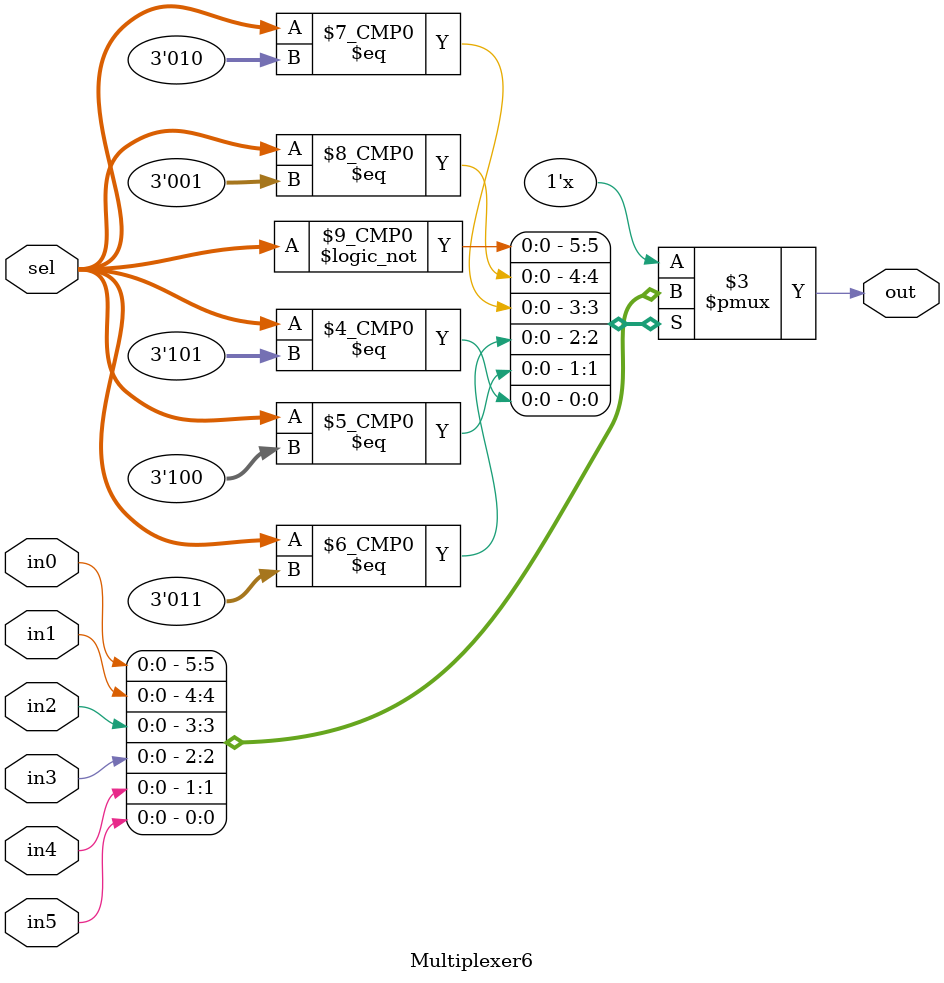
<source format=v>
module Multiplexer6(out, in0, in1, in2, in3, in4, in5, sel);
  parameter WIDTH = 1;
  output reg [WIDTH-1:0] out;
  input [WIDTH-1:0] in0, in1, in2, in3, in4, in5;
  input [2:0] sel;
  
  always @ (*)
    case (sel)
      0 : out = in0;
      1 : out = in1;
      2 : out = in2;
      3 : out = in3;
      4 : out = in4;
      5 : out = in5;
    endcase
endmodule
</source>
